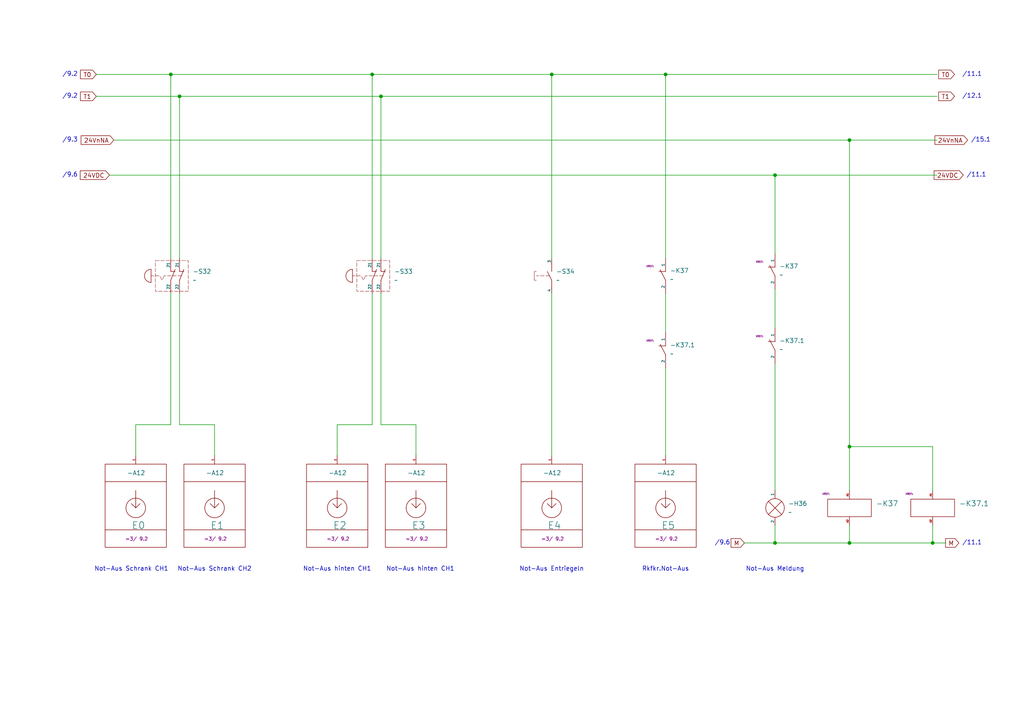
<source format=kicad_sch>
(kicad_sch (version 20250114) (generator "eeschema") (generator_version "9.0")
  (paper "A4")
  (title_block (comment 4 "3"))
  (lib_symbols
    (symbol "Schalter_Notaus_(S)_NC_1" (pin_numbers (hide yes)) (pin_names (offset 0))
      (property "Reference" "-S" (at -9.144 5.588 0))
      (symbol "Schalter_Notaus_(S)_NC_1_0_1"
        (polyline (pts (xy -5.715 1.905) (xy -5.715 -1.905)))
        (arc (start -5.715 -1.905) (mid -7.62 0) (end -5.715 1.905))
        (polyline (pts (xy 0 1.27) (xy 0 1.27)))
        (polyline (pts (xy 0 1.27) (xy 1.27 1.27)))
        (polyline (pts (xy 0 -1.27) (xy 1.27 1.905)))
        (polyline (pts (xy 2.54 1.27) (xy 2.54 1.27)))
        (polyline (pts (xy 2.54 1.27) (xy 3.81 1.27)))
        (polyline (pts (xy 2.54 -1.27) (xy 3.81 1.905)))
      )
      (symbol "Schalter_Notaus_(S)_NC_1_1_1"
        (rectangle (start -4.445 4.445) (end 5.08 -4.445) (stroke (width 0.1016) (type dash)))
        (polyline (pts (xy -1.905 0) (xy -2.54 -1.27) (xy -3.175 0) (xy -5.715 0)) (stroke (width 0.1016) (type dash)))
        (polyline (pts (xy 3.175 0) (xy -1.905 0)) (stroke (width 0.1016) (type dash)))
        (pin passive line (at 0 5.08 270) (length 3.81) (name "21") (number "21"))
        (pin passive line (at 0 -5.08 90) (length 3.81) (name "22") (number "21"))
        (pin passive line (at 2.54 5.08 270) (length 3.81) (name "21") (number "21"))
        (pin passive line (at 2.54 -5.08 90) (length 3.81) (name "22") (number "22"))
      )
    )
    (symbol "standart:Leuchte_(H)" (pin_numbers (hide yes)) (pin_names (offset 0))
      (property "Reference" "-H" (at -5.334 3.81 0))
      (symbol "Leuchte_(H)_0_1"
        (polyline (pts (xy -1.905 1.905) (xy 1.905 -1.905)))
        (polyline (pts (xy -1.905 -1.905) (xy 1.905 1.905)))
        (circle (center 0 0) (radius 2.6941))
      )
      (symbol "Leuchte_(H)_1_1"
        (pin passive line (at 0 5.08 270) (length 2.286) (name "1") (number "1"))
        (pin passive line (at 0 -5.08 90) (length 2.286) (name "2") (number "2"))
      )
    )
    (symbol "standart:PLC_IN_(E)" (on_board no)
      (property "Reference" "-E" (at -6.35 10.16 0))
      (property "Target" "=Gruppe/ Seite.Pfad" (at 0.254 -8.382 0))
      (symbol "PLC_IN_(E)_0_1"
        (rectangle (start -8.89 12.7) (end 8.89 -11.43))
        (polyline (pts (xy -8.89 7.62) (xy 8.89 7.62)))
        (polyline (pts (xy -8.89 -6.35) (xy 8.89 -6.35)))
        (polyline (pts (xy 0 5.08) (xy 0 0) (xy 1.27 1.27) (xy 0 0) (xy -1.27 1.27)))
        (circle (center 0 0) (radius 2.8398))
      )
      (symbol "PLC_IN_(E)_1_1"
        (pin input line (at 0 15.24 270) (length 2.54) (name "") (number "1"))
      )
    )
    (symbol "standart:Relais_(K)_A1-A2" (pin_names (hide yes))
      (property "Reference" "-K" (at -4.572 5.842 0))
      (symbol "Relais_(K)_A1-A2_0_1"
        (rectangle (start -6.35 2.54) (end 6.35 -2.54))
      )
      (symbol "Relais_(K)_A1-A2_1_1"
        (pin passive line (at 0 5.08 270) (length 2.54) (name "") (number "A1"))
        (pin passive line (at 0 -5.08 90) (length 2.54) (name "") (number "A2"))
      )
    )
    (symbol "standart:Relais_(K)_NC" (pin_numbers (hide yes)) (pin_names (offset 0))
      (property "Reference" "-K" (at -4.572 4.318 0))
      (symbol "Relais_(K)_NC_0_1"
        (polyline (pts (xy 0 1.27) (xy -1.944 1.27)))
        (polyline (pts (xy 0 1.27) (xy 0 1.27)))
        (polyline (pts (xy 0 -1.27) (xy -1.5826 1.7804)))
      )
      (symbol "Relais_(K)_NC_1_1"
        (pin passive line (at 0 5.08 270) (length 3.81) (name "1") (number "1"))
        (pin passive line (at 0 -5.08 90) (length 3.81) (name "2") (number "2"))
      )
    )
    (symbol "standart:Schalter_Notaus_(S)_NC" (pin_numbers (hide yes)) (pin_names (offset 0))
      (property "Reference" "-S" (at -9.144 5.588 0))
      (symbol "Schalter_Notaus_(S)_NC_0_1"
        (polyline (pts (xy -5.715 1.905) (xy -5.715 -1.905)))
        (arc (start -5.715 -1.905) (mid -7.62 0) (end -5.715 1.905))
        (polyline (pts (xy 0 1.27) (xy 0 1.27)))
        (polyline (pts (xy 0 1.27) (xy 1.27 1.27)))
        (polyline (pts (xy 0 -1.27) (xy 1.27 1.905)))
        (polyline (pts (xy 2.54 1.27) (xy 2.54 1.27)))
        (polyline (pts (xy 2.54 1.27) (xy 3.81 1.27)))
        (polyline (pts (xy 2.54 -1.27) (xy 3.81 1.905)))
      )
      (symbol "Schalter_Notaus_(S)_NC_1_1"
        (rectangle (start -4.445 4.445) (end 5.08 -4.445) (stroke (width 0.1016) (type dash)))
        (polyline (pts (xy -1.905 0) (xy -2.54 -1.27) (xy -3.175 0) (xy -5.715 0)) (stroke (width 0.1016) (type dash)))
        (polyline (pts (xy 3.175 0) (xy -1.905 0)) (stroke (width 0.1016) (type dash)))
        (pin passive line (at 0 5.08 270) (length 3.81) (name "21") (number "21"))
        (pin passive line (at 0 -5.08 90) (length 3.81) (name "22") (number "21"))
        (pin passive line (at 2.54 5.08 270) (length 3.81) (name "21") (number "21"))
        (pin passive line (at 2.54 -5.08 90) (length 3.81) (name "22") (number "22"))
      )
    )
    (symbol "standart:Taster_(S)_NO" (pin_numbers (hide yes)) (pin_names (offset 0))
      (property "Reference" "-S" (at -7.62 4.318 0))
      (symbol "Taster_(S)_NO_0_1"
        (polyline (pts (xy 0 1.27) (xy 0 3.81)))
        (polyline (pts (xy 0 1.27) (xy 0 1.27)))
        (polyline (pts (xy 0 -1.27) (xy -1.27 1.27)))
        (polyline (pts (xy 0 -1.27) (xy 0 -3.81)))
      )
      (symbol "Taster_(S)_NO_1_1"
        (polyline (pts (xy -4.445 -1.27) (xy -5.08 -1.27) (xy -5.08 1.27) (xy -4.445 1.27)) (stroke (width 0.1016)))
        (polyline (pts (xy -0.635 0) (xy -4.445 0)) (stroke (width 0.1016) (type dash)))
        (pin passive line (at 0 5.08 270) (length 1.778) (name "3") (number "3"))
        (pin passive line (at 0 -5.08 90) (length 1.778) (name "4") (number "4"))
      )
    )
  )
  (text "/11.1" (at 281.94 21.59 0) (effects (font (size 1.27 1.27))))
  (text "/9.6" (at 20.32 50.8 0) (effects (font (size 1.27 1.27))))
  (text "Rkfkr.Not-Aus" (at 193.04 165.1 0) (effects (font (size 1.27 1.27))))
  (text "Not-Aus Meldung" (at 224.79 165.1 0) (effects (font (size 1.27 1.27))))
  (text "Not-Aus hinten CH1" (at 97.79 165.1 0) (effects (font (size 1.27 1.27))))
  (text "/9.2" (at 20.32 21.59 0) (effects (font (size 1.27 1.27))))
  (text "/12.1" (at 281.94 27.94 0) (effects (font (size 1.27 1.27))))
  (text "Not-Aus Schrank CH2" (at 62.23 165.1 0) (effects (font (size 1.27 1.27))))
  (text "/15.1" (at 284.48 40.64 0) (effects (font (size 1.27 1.27))))
  (text "/9.3" (at 20.32 40.64 0) (effects (font (size 1.27 1.27))))
  (text "/11.1" (at 283.21 50.8 0) (effects (font (size 1.27 1.27))))
  (text "Not-Aus hinten CH1" (at 121.92 165.1 0) (effects (font (size 1.27 1.27))))
  (text "Not-Aus Entriegeln" (at 160.02 165.1 0) (effects (font (size 1.27 1.27))))
  (text "/9.6" (at 209.55 157.48 0) (effects (font (size 1.27 1.27))))
  (text "Not-Aus Schrank CH1" (at 38.1 165.1 0) (effects (font (size 1.27 1.27))))
  (text "/11.1" (at 281.94 157.48 0) (effects (font (size 1.27 1.27))))
  (text "/9.2" (at 20.32 27.94 0) (effects (font (size 1.27 1.27))))
  (junction (at 270.51 157.48))
  (junction (at 160.02 21.59))
  (junction (at 246.38 129.54))
  (junction (at 193.04 21.59))
  (junction (at 224.79 157.48))
  (junction (at 224.79 50.8))
  (junction (at 52.07 27.94))
  (junction (at 246.38 40.64))
  (junction (at 246.38 157.48))
  (junction (at 49.53 21.59))
  (junction (at 110.49 27.94))
  (junction (at 107.95 21.59))
  (wire (pts (xy 224.79 50.8) (xy 271.78 50.8)))
  (wire (pts (xy 246.38 129.54) (xy 246.38 142.24)))
  (wire (pts (xy 160.02 85.09) (xy 160.02 132.08)))
  (wire (pts (xy 27.94 21.59) (xy 49.53 21.59)))
  (wire (pts (xy 224.79 83.82) (xy 224.79 95.25)))
  (wire (pts (xy 246.38 152.4) (xy 246.38 157.48)))
  (wire (pts (xy 270.51 129.54) (xy 270.51 142.24)))
  (wire (pts (xy 31.75 50.8) (xy 224.79 50.8)))
  (wire (pts (xy 49.53 21.59) (xy 49.53 74.93)))
  (wire (pts (xy 193.04 106.68) (xy 193.04 132.08)))
  (wire (pts (xy 224.79 50.8) (xy 224.79 73.66)))
  (wire (pts (xy 27.94 27.94) (xy 52.07 27.94)))
  (wire (pts (xy 107.95 21.59) (xy 107.95 74.93)))
  (wire (pts (xy 39.37 123.19) (xy 39.37 132.08)))
  (wire (pts (xy 160.02 21.59) (xy 160.02 74.93)))
  (wire (pts (xy 246.38 157.48) (xy 270.51 157.48)))
  (wire (pts (xy 107.95 21.59) (xy 160.02 21.59)))
  (wire (pts (xy 246.38 40.64) (xy 271.78 40.64)))
  (wire (pts (xy 52.07 85.09) (xy 52.07 123.19)))
  (wire (pts (xy 39.37 123.19) (xy 49.53 123.19)))
  (wire (pts (xy 193.04 21.59) (xy 193.04 74.93)))
  (wire (pts (xy 215.9 157.48) (xy 224.79 157.48)))
  (wire (pts (xy 97.79 123.19) (xy 97.79 132.08)))
  (wire (pts (xy 246.38 129.54) (xy 270.51 129.54)))
  (wire (pts (xy 107.95 85.09) (xy 107.95 123.19)))
  (wire (pts (xy 33.02 40.64) (xy 246.38 40.64)))
  (wire (pts (xy 270.51 152.4) (xy 270.51 157.48)))
  (wire (pts (xy 49.53 85.09) (xy 49.53 123.19)))
  (wire (pts (xy 224.79 105.41) (xy 224.79 142.24)))
  (wire (pts (xy 110.49 85.09) (xy 110.49 123.19)))
  (wire (pts (xy 120.65 123.19) (xy 120.65 132.08)))
  (wire (pts (xy 193.04 85.09) (xy 193.04 96.52)))
  (wire (pts (xy 224.79 157.48) (xy 246.38 157.48)))
  (wire (pts (xy 224.79 152.4) (xy 224.79 157.48)))
  (wire (pts (xy 246.38 40.64) (xy 246.38 129.54)))
  (wire (pts (xy 52.07 123.19) (xy 62.23 123.19)))
  (wire (pts (xy 160.02 21.59) (xy 193.04 21.59)))
  (wire (pts (xy 110.49 123.19) (xy 120.65 123.19)))
  (wire (pts (xy 110.49 27.94) (xy 271.78 27.94)))
  (wire (pts (xy 49.53 21.59) (xy 107.95 21.59)))
  (wire (pts (xy 193.04 21.59) (xy 271.78 21.59)))
  (wire (pts (xy 110.49 27.94) (xy 110.49 74.93)))
  (wire (pts (xy 62.23 123.19) (xy 62.23 132.08)))
  (wire (pts (xy 97.79 123.19) (xy 107.95 123.19)))
  (wire (pts (xy 52.07 27.94) (xy 52.07 74.93)))
  (wire (pts (xy 52.07 27.94) (xy 110.49 27.94)))
  (wire (pts (xy 270.51 157.48) (xy 274.32 157.48)))
  (global_label "24VnNA" (shape input) (at 33.02 40.64 180) (property "Intersheetrefs" "${INTERSHEET_REFS}" (effects (hide yes))))
  (global_label "T1" (shape input) (at 276.86 27.94 180) (property "Intersheetrefs" "${INTERSHEET_REFS}" (effects (hide yes))))
  (global_label "M" (shape input) (at 215.9 157.48 180) (property "Intersheetrefs" "${INTERSHEET_REFS}" (effects (hide yes))))
  (global_label "T1" (shape input) (at 27.94 27.94 180) (property "Intersheetrefs" "${INTERSHEET_REFS}" (effects (hide yes))) (property "Netclass" "/9.2" (effects (hide yes))))
  (global_label "T0" (shape input) (at 27.94 21.59 180) (property "Intersheetrefs" "${INTERSHEET_REFS}" (effects (hide yes))) (property "Netclass" "/9.2" (effects (hide yes))))
  (global_label "24VDC" (shape input) (at 279.4 50.8 180) (property "Intersheetrefs" "${INTERSHEET_REFS}" (effects (hide yes))))
  (global_label "24VnNA" (shape input) (at 280.67 40.64 180) (property "Intersheetrefs" "${INTERSHEET_REFS}" (effects (hide yes))))
  (global_label "24VDC" (shape input) (at 31.75 50.8 180) (property "Intersheetrefs" "${INTERSHEET_REFS}" (effects (hide yes))))
  (global_label "T0" (shape input) (at 276.86 21.59 180) (property "Intersheetrefs" "${INTERSHEET_REFS}" (effects (hide yes))))
  (global_label "M" (shape input) (at 278.13 157.48 180) (property "Intersheetrefs" "${INTERSHEET_REFS}" (effects (hide yes))))
  (symbol (lib_id "standart:Relais_(K)_NC") (at 224.79 78.74 0) (unit 1)
    (property "Reference" "-K37" (at 226.06 77.2147 0) (effects (justify left)))
    (property "Value" "~" (at 226.06 79.7547 0) (effects (justify left)))
  )
  (symbol (lib_id "standart:PLC_IN_(E)") (at 120.65 147.32 0) (unit 1) (on_board no)
    (property "Reference" "E3" (at 119.38 152.4 0) (effects (font (size 2.032 2.032)) (justify left)))
    (property "Value" "-A12" (at 118.11 137.16 0) (effects (justify left)))
    (property "Target" "=3/ 9.2" (at 120.904 155.702 0) (effects (font (size 1.016 1.016)) (justify top)))
  )
  (symbol (lib_name "Schalter_Notaus_(S)_NC_1") (lib_id "standart:Schalter_Notaus_(S)_NC") (at 107.95 80.01 0) (unit 1)
    (property "Reference" "-S33" (at 114.3 78.7399 0) (effects (justify left)))
    (property "Value" "~" (at 114.3 81.2799 0) (effects (justify left)))
  )
  (symbol (lib_id "standart:Taster_(S)_NO") (at 160.02 80.01 0) (unit 1)
    (property "Reference" "-S34" (at 161.29 78.7399 0) (effects (justify left)))
    (property "Value" "~" (at 161.29 81.2799 0) (effects (justify left)))
  )
  (symbol (lib_id "standart:PLC_IN_(E)") (at 160.02 147.32 0) (unit 1) (on_board no)
    (property "Reference" "E4" (at 158.75 152.4 0) (effects (font (size 2.032 2.032)) (justify left)))
    (property "Value" "-A12" (at 157.48 137.16 0) (effects (justify left)))
    (property "Target" "=3/ 9.2" (at 160.274 155.702 0) (effects (font (size 1.016 1.016)) (justify top)))
  )
  (symbol (lib_id "standart:Schalter_Notaus_(S)_NC") (at 49.53 80.01 0) (unit 1)
    (property "Reference" "-S32" (at 55.88 78.7399 0) (effects (justify left)))
    (property "Value" "~" (at 55.88 81.2799 0) (effects (justify left)))
  )
  (symbol (lib_id "standart:PLC_IN_(E)") (at 193.04 147.32 0) (unit 1) (on_board no)
    (property "Reference" "E5" (at 191.77 152.4 0) (effects (font (size 2.032 2.032)) (justify left)))
    (property "Value" "-A12" (at 190.5 137.16 0) (effects (justify left)))
    (property "Target" "=3/ 9.2" (at 193.294 155.702 0) (effects (font (size 1.016 1.016)) (justify top)))
  )
  (symbol (lib_id "standart:Relais_(K)_NC") (at 193.04 101.6 0) (unit 1)
    (property "Reference" "-K37.1" (at 194.31 100.0747 0) (effects (justify left)))
    (property "Value" "~" (at 194.31 102.6147 0) (effects (justify left)))
  )
  (symbol (lib_id "standart:Relais_(K)_A1-A2") (at 270.51 147.32 0) (unit 1)
    (property "Reference" "-K37.1" (at 278.13 146.0499 0) (effects (font (size 1.524 1.524)) (justify left)))
  )
  (symbol (lib_id "standart:PLC_IN_(E)") (at 39.37 147.32 0) (unit 1) (on_board no)
    (property "Reference" "E0" (at 38.1 152.4 0) (effects (font (size 2.032 2.032)) (justify left)))
    (property "Value" "-A12" (at 36.83 137.16 0) (effects (justify left)))
    (property "Target" "=3/ 9.2" (at 39.624 155.702 0) (effects (font (size 1.016 1.016)) (justify top)))
  )
  (symbol (lib_id "standart:PLC_IN_(E)") (at 97.79 147.32 0) (unit 1) (on_board no)
    (property "Reference" "E2" (at 96.52 152.4 0) (effects (font (size 2.032 2.032)) (justify left)))
    (property "Value" "-A12" (at 95.25 137.16 0) (effects (justify left)))
    (property "Target" "=3/ 9.2" (at 98.044 155.702 0) (effects (font (size 1.016 1.016)) (justify top)))
  )
  (symbol (lib_id "standart:Leuchte_(H)") (at 224.79 147.32 0) (unit 1)
    (property "Reference" "-H36" (at 228.6 146.0499 0) (effects (justify left)))
    (property "Value" "~" (at 228.6 148.5899 0) (effects (justify left)))
  )
  (symbol (lib_id "standart:Relais_(K)_NC") (at 224.79 100.33 0) (unit 1)
    (property "Reference" "-K37.1" (at 226.06 98.8047 0) (effects (justify left)))
    (property "Value" "~" (at 226.06 101.3447 0) (effects (justify left)))
  )
  (symbol (lib_id "standart:PLC_IN_(E)") (at 62.23 147.32 0) (unit 1) (on_board no)
    (property "Reference" "E1" (at 60.96 152.4 0) (effects (font (size 2.032 2.032)) (justify left)))
    (property "Value" "-A12" (at 59.69 137.16 0) (effects (justify left)))
    (property "Target" "=3/ 9.2" (at 62.484 155.702 0) (effects (font (size 1.016 1.016)) (justify top)))
  )
  (symbol (lib_id "standart:Relais_(K)_NC") (at 193.04 80.01 0) (unit 1)
    (property "Reference" "-K37" (at 194.31 78.4847 0) (effects (justify left)))
    (property "Value" "~" (at 194.31 81.0247 0) (effects (justify left)))
  )
  (symbol (lib_id "standart:Relais_(K)_A1-A2") (at 246.38 147.32 0) (unit 1)
    (property "Reference" "-K37" (at 254 146.0499 0) (effects (font (size 1.524 1.524)) (justify left)))
  )
)
</source>
